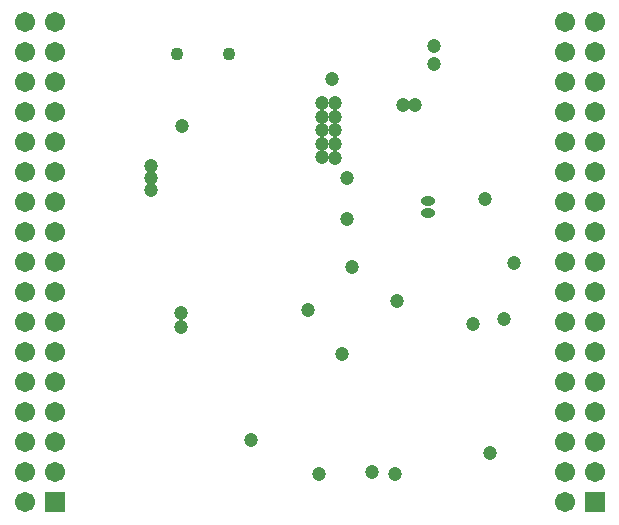
<source format=gbs>
G04 Layer_Color=16711935*
%FSLAX25Y25*%
%MOIN*%
G70*
G01*
G75*
%ADD52C,0.04343*%
%ADD53R,0.06706X0.06706*%
%ADD54C,0.06706*%
%ADD55O,0.04737X0.03162*%
%ADD56C,0.04737*%
D52*
X76772Y158071D02*
D03*
X59449D02*
D03*
D53*
X18819Y8500D02*
D03*
X198819D02*
D03*
D54*
X8819D02*
D03*
X18819Y18500D02*
D03*
X8819D02*
D03*
X18819Y28500D02*
D03*
X8819D02*
D03*
X18819Y38500D02*
D03*
X8819D02*
D03*
X18819Y48500D02*
D03*
X8819D02*
D03*
X18819Y58500D02*
D03*
X8819D02*
D03*
X18819Y68500D02*
D03*
X8819D02*
D03*
X18819Y78500D02*
D03*
X8819D02*
D03*
X18819Y88500D02*
D03*
X8819D02*
D03*
X18819Y98500D02*
D03*
X8819D02*
D03*
X18819Y108500D02*
D03*
X8819D02*
D03*
X18819Y118500D02*
D03*
X8819D02*
D03*
X18819Y128500D02*
D03*
X8819D02*
D03*
X18819Y138500D02*
D03*
X8819D02*
D03*
X18819Y148500D02*
D03*
X8819D02*
D03*
X18819Y158500D02*
D03*
X8819D02*
D03*
X18819Y168500D02*
D03*
X8819D02*
D03*
X188819Y8500D02*
D03*
X198819Y18500D02*
D03*
X188819D02*
D03*
X198819Y28500D02*
D03*
X188819D02*
D03*
X198819Y38500D02*
D03*
X188819D02*
D03*
X198819Y48500D02*
D03*
X188819D02*
D03*
X198819Y58500D02*
D03*
X188819D02*
D03*
X198819Y68500D02*
D03*
X188819D02*
D03*
X198819Y78500D02*
D03*
X188819D02*
D03*
X198819Y88500D02*
D03*
X188819D02*
D03*
X198819Y98500D02*
D03*
X188819D02*
D03*
X198819Y108500D02*
D03*
X188819D02*
D03*
X198819Y118500D02*
D03*
X188819D02*
D03*
X198819Y128500D02*
D03*
X188819D02*
D03*
X198819Y138500D02*
D03*
X188819D02*
D03*
X198819Y148500D02*
D03*
X188819D02*
D03*
X198819Y158500D02*
D03*
X188819D02*
D03*
X198819Y168500D02*
D03*
X188819D02*
D03*
D55*
X143319Y108937D02*
D03*
Y105000D02*
D03*
D56*
X50819Y112500D02*
D03*
Y116500D02*
D03*
Y120500D02*
D03*
X145069Y160500D02*
D03*
Y154500D02*
D03*
X138819Y141000D02*
D03*
X134819D02*
D03*
X103319Y72500D02*
D03*
X114669Y58000D02*
D03*
X132819Y75650D02*
D03*
X117819Y87000D02*
D03*
X112319Y132500D02*
D03*
X107819Y123500D02*
D03*
Y128000D02*
D03*
Y132500D02*
D03*
X112319Y137000D02*
D03*
X107819D02*
D03*
X112319Y141500D02*
D03*
X107819D02*
D03*
X111069Y149500D02*
D03*
X60819Y67000D02*
D03*
Y71500D02*
D03*
X116319Y103000D02*
D03*
X158319Y68000D02*
D03*
X116319Y116500D02*
D03*
X106819Y18000D02*
D03*
X84319Y29224D02*
D03*
X163819Y25000D02*
D03*
X132319Y18000D02*
D03*
X162075Y109500D02*
D03*
X168504Y69685D02*
D03*
X171819Y88250D02*
D03*
X61197Y133858D02*
D03*
X124409Y18504D02*
D03*
X112205Y127953D02*
D03*
Y123228D02*
D03*
M02*

</source>
